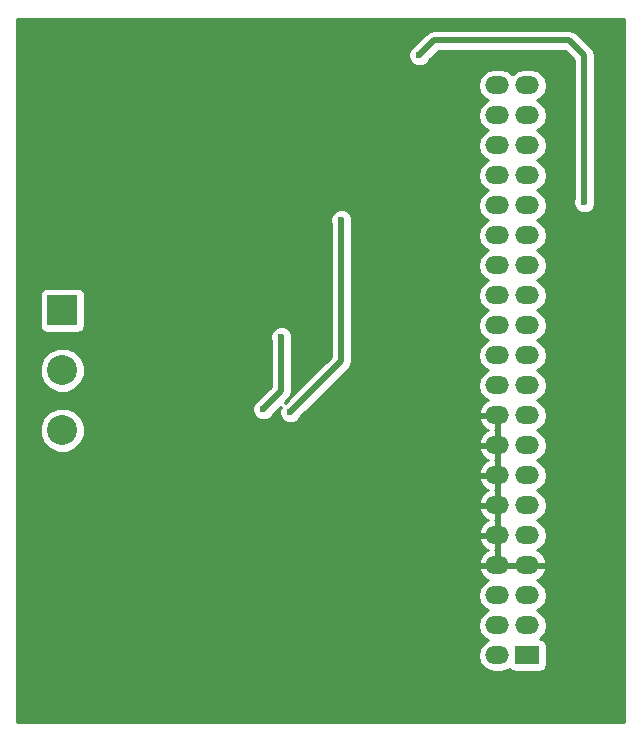
<source format=gbr>
G04 #@! TF.FileFunction,Copper,L2,Bot,Signal*
%FSLAX46Y46*%
G04 Gerber Fmt 4.6, Leading zero omitted, Abs format (unit mm)*
G04 Created by KiCad (PCBNEW 4.0.3+e1-6302~38~ubuntu16.04.1-stable) date Mon Aug 22 19:35:40 2016*
%MOMM*%
%LPD*%
G01*
G04 APERTURE LIST*
%ADD10C,0.100000*%
%ADD11R,2.000000X1.524000*%
%ADD12O,2.000000X1.524000*%
%ADD13R,2.540000X2.540000*%
%ADD14C,2.540000*%
%ADD15C,0.600000*%
%ADD16C,0.508000*%
%ADD17C,0.254000*%
G04 APERTURE END LIST*
D10*
D11*
X171450000Y-100330000D03*
D12*
X168910000Y-100330000D03*
X171450000Y-87630000D03*
X168910000Y-97790000D03*
X171450000Y-85090000D03*
X168910000Y-95250000D03*
X171450000Y-82550000D03*
X168910000Y-92710000D03*
X171450000Y-80010000D03*
X168910000Y-90170000D03*
X171450000Y-77470000D03*
X168910000Y-87630000D03*
X171450000Y-74930000D03*
X168910000Y-85090000D03*
X171450000Y-72390000D03*
X168910000Y-82550000D03*
X171450000Y-69850000D03*
X168910000Y-80010000D03*
X171450000Y-67310000D03*
X168910000Y-77470000D03*
X171450000Y-64770000D03*
X168910000Y-74930000D03*
X171450000Y-62230000D03*
X168910000Y-72390000D03*
X168910000Y-69850000D03*
X171450000Y-59690000D03*
X168910000Y-67310000D03*
X168910000Y-62230000D03*
X168910000Y-59690000D03*
X168910000Y-57150000D03*
X168910000Y-54610000D03*
X171450000Y-57150000D03*
X171450000Y-54610000D03*
X171450000Y-97790000D03*
X171450000Y-95250000D03*
X171450000Y-92710000D03*
X171450000Y-90170000D03*
X171450000Y-52070000D03*
X168910000Y-52070000D03*
X168910000Y-64770000D03*
D13*
X132080000Y-71120000D03*
D14*
X132080000Y-76200000D03*
X132080000Y-81280000D03*
D15*
X150622000Y-73406000D03*
X149098000Y-79502000D03*
X155702000Y-63500000D03*
X151384000Y-79756000D03*
X164084000Y-90678000D03*
X163830000Y-87884000D03*
X157226000Y-78994000D03*
X159004000Y-50292000D03*
X176276000Y-61976000D03*
X162306000Y-49530000D03*
D16*
X150622000Y-77978000D02*
X150622000Y-73406000D01*
X149098000Y-79502000D02*
X150622000Y-77978000D01*
X155702000Y-75438000D02*
X155702000Y-63500000D01*
X151384000Y-79756000D02*
X155702000Y-75438000D01*
D17*
X159004000Y-50292000D02*
X159258000Y-50292000D01*
D16*
X176276000Y-49530000D02*
X176276000Y-61976000D01*
X175006000Y-48260000D02*
X176276000Y-49530000D01*
X163576000Y-48260000D02*
X175006000Y-48260000D01*
X162306000Y-49530000D02*
X163576000Y-48260000D01*
D17*
G36*
X179630000Y-105970000D02*
X128218000Y-105970000D01*
X128218000Y-95250000D01*
X167242968Y-95250000D01*
X167349308Y-95784609D01*
X167652140Y-96237828D01*
X168074439Y-96520000D01*
X167652140Y-96802172D01*
X167349308Y-97255391D01*
X167242968Y-97790000D01*
X167349308Y-98324609D01*
X167652140Y-98777828D01*
X168074439Y-99060000D01*
X167652140Y-99342172D01*
X167349308Y-99795391D01*
X167242968Y-100330000D01*
X167349308Y-100864609D01*
X167652140Y-101317828D01*
X168105359Y-101620660D01*
X168639968Y-101727000D01*
X169180032Y-101727000D01*
X169714641Y-101620660D01*
X169939093Y-101470686D01*
X169985910Y-101543441D01*
X170198110Y-101688431D01*
X170450000Y-101739440D01*
X172450000Y-101739440D01*
X172685317Y-101695162D01*
X172901441Y-101556090D01*
X173046431Y-101343890D01*
X173097440Y-101092000D01*
X173097440Y-99568000D01*
X173053162Y-99332683D01*
X172914090Y-99116559D01*
X172701890Y-98971569D01*
X172483956Y-98927436D01*
X172707860Y-98777828D01*
X173010692Y-98324609D01*
X173117032Y-97790000D01*
X173010692Y-97255391D01*
X172707860Y-96802172D01*
X172285561Y-96520000D01*
X172707860Y-96237828D01*
X173010692Y-95784609D01*
X173117032Y-95250000D01*
X173010692Y-94715391D01*
X172707860Y-94262172D01*
X172280067Y-93976329D01*
X172325914Y-93963422D01*
X172757020Y-93623892D01*
X173025377Y-93145230D01*
X173042220Y-93053070D01*
X172919720Y-92837000D01*
X171577000Y-92837000D01*
X171577000Y-92857000D01*
X171323000Y-92857000D01*
X171323000Y-92837000D01*
X169037000Y-92837000D01*
X169037000Y-92857000D01*
X168783000Y-92857000D01*
X168783000Y-92837000D01*
X167440280Y-92837000D01*
X167317780Y-93053070D01*
X167334623Y-93145230D01*
X167602980Y-93623892D01*
X168034086Y-93963422D01*
X168079933Y-93976329D01*
X167652140Y-94262172D01*
X167349308Y-94715391D01*
X167242968Y-95250000D01*
X128218000Y-95250000D01*
X128218000Y-90513070D01*
X167317780Y-90513070D01*
X167334623Y-90605230D01*
X167602980Y-91083892D01*
X168034086Y-91423422D01*
X168092972Y-91440000D01*
X168034086Y-91456578D01*
X167602980Y-91796108D01*
X167334623Y-92274770D01*
X167317780Y-92366930D01*
X167440280Y-92583000D01*
X168783000Y-92583000D01*
X168783000Y-91466723D01*
X168745874Y-91440000D01*
X168783000Y-91413277D01*
X168783000Y-90297000D01*
X167440280Y-90297000D01*
X167317780Y-90513070D01*
X128218000Y-90513070D01*
X128218000Y-87973070D01*
X167317780Y-87973070D01*
X167334623Y-88065230D01*
X167602980Y-88543892D01*
X168034086Y-88883422D01*
X168092972Y-88900000D01*
X168034086Y-88916578D01*
X167602980Y-89256108D01*
X167334623Y-89734770D01*
X167317780Y-89826930D01*
X167440280Y-90043000D01*
X168783000Y-90043000D01*
X168783000Y-88926723D01*
X168745874Y-88900000D01*
X168783000Y-88873277D01*
X168783000Y-87757000D01*
X167440280Y-87757000D01*
X167317780Y-87973070D01*
X128218000Y-87973070D01*
X128218000Y-85433070D01*
X167317780Y-85433070D01*
X167334623Y-85525230D01*
X167602980Y-86003892D01*
X168034086Y-86343422D01*
X168092972Y-86360000D01*
X168034086Y-86376578D01*
X167602980Y-86716108D01*
X167334623Y-87194770D01*
X167317780Y-87286930D01*
X167440280Y-87503000D01*
X168783000Y-87503000D01*
X168783000Y-86386723D01*
X168745874Y-86360000D01*
X168783000Y-86333277D01*
X168783000Y-85217000D01*
X167440280Y-85217000D01*
X167317780Y-85433070D01*
X128218000Y-85433070D01*
X128218000Y-81657265D01*
X130174670Y-81657265D01*
X130464078Y-82357686D01*
X130999495Y-82894039D01*
X131699410Y-83184668D01*
X132457265Y-83185330D01*
X133157686Y-82895922D01*
X133160542Y-82893070D01*
X167317780Y-82893070D01*
X167334623Y-82985230D01*
X167602980Y-83463892D01*
X168034086Y-83803422D01*
X168092972Y-83820000D01*
X168034086Y-83836578D01*
X167602980Y-84176108D01*
X167334623Y-84654770D01*
X167317780Y-84746930D01*
X167440280Y-84963000D01*
X168783000Y-84963000D01*
X168783000Y-83846723D01*
X168745874Y-83820000D01*
X168783000Y-83793277D01*
X168783000Y-82677000D01*
X167440280Y-82677000D01*
X167317780Y-82893070D01*
X133160542Y-82893070D01*
X133694039Y-82360505D01*
X133984668Y-81660590D01*
X133985330Y-80902735D01*
X133695922Y-80202314D01*
X133181674Y-79687167D01*
X148162838Y-79687167D01*
X148304883Y-80030943D01*
X148567673Y-80294192D01*
X148911201Y-80436838D01*
X149283167Y-80437162D01*
X149626943Y-80295117D01*
X149890192Y-80032327D01*
X149936549Y-79920687D01*
X150563578Y-79293658D01*
X150449162Y-79569201D01*
X150448838Y-79941167D01*
X150590883Y-80284943D01*
X150853673Y-80548192D01*
X151197201Y-80690838D01*
X151569167Y-80691162D01*
X151912943Y-80549117D01*
X152109332Y-80353070D01*
X167317780Y-80353070D01*
X167334623Y-80445230D01*
X167602980Y-80923892D01*
X168034086Y-81263422D01*
X168092972Y-81280000D01*
X168034086Y-81296578D01*
X167602980Y-81636108D01*
X167334623Y-82114770D01*
X167317780Y-82206930D01*
X167440280Y-82423000D01*
X168783000Y-82423000D01*
X168783000Y-81306723D01*
X168745874Y-81280000D01*
X168783000Y-81253277D01*
X168783000Y-80137000D01*
X167440280Y-80137000D01*
X167317780Y-80353070D01*
X152109332Y-80353070D01*
X152176192Y-80286327D01*
X152222549Y-80174687D01*
X156330618Y-76066618D01*
X156430036Y-75917828D01*
X156523329Y-75778206D01*
X156591000Y-75438000D01*
X156591000Y-63797189D01*
X156636838Y-63686799D01*
X156637162Y-63314833D01*
X156495117Y-62971057D01*
X156232327Y-62707808D01*
X155888799Y-62565162D01*
X155516833Y-62564838D01*
X155173057Y-62706883D01*
X154909808Y-62969673D01*
X154767162Y-63313201D01*
X154766838Y-63685167D01*
X154813000Y-63796888D01*
X154813000Y-75069764D01*
X150965526Y-78917238D01*
X150922023Y-78935213D01*
X151250618Y-78606618D01*
X151443329Y-78318206D01*
X151511000Y-77978000D01*
X151511000Y-73703189D01*
X151556838Y-73592799D01*
X151557162Y-73220833D01*
X151415117Y-72877057D01*
X151152327Y-72613808D01*
X150808799Y-72471162D01*
X150436833Y-72470838D01*
X150093057Y-72612883D01*
X149829808Y-72875673D01*
X149687162Y-73219201D01*
X149686838Y-73591167D01*
X149733000Y-73702888D01*
X149733000Y-77609764D01*
X148679526Y-78663238D01*
X148569057Y-78708883D01*
X148305808Y-78971673D01*
X148163162Y-79315201D01*
X148162838Y-79687167D01*
X133181674Y-79687167D01*
X133160505Y-79665961D01*
X132460590Y-79375332D01*
X131702735Y-79374670D01*
X131002314Y-79664078D01*
X130465961Y-80199495D01*
X130175332Y-80899410D01*
X130174670Y-81657265D01*
X128218000Y-81657265D01*
X128218000Y-76577265D01*
X130174670Y-76577265D01*
X130464078Y-77277686D01*
X130999495Y-77814039D01*
X131699410Y-78104668D01*
X132457265Y-78105330D01*
X133157686Y-77815922D01*
X133694039Y-77280505D01*
X133984668Y-76580590D01*
X133985330Y-75822735D01*
X133695922Y-75122314D01*
X133160505Y-74585961D01*
X132460590Y-74295332D01*
X131702735Y-74294670D01*
X131002314Y-74584078D01*
X130465961Y-75119495D01*
X130175332Y-75819410D01*
X130174670Y-76577265D01*
X128218000Y-76577265D01*
X128218000Y-69850000D01*
X130162560Y-69850000D01*
X130162560Y-72390000D01*
X130206838Y-72625317D01*
X130345910Y-72841441D01*
X130558110Y-72986431D01*
X130810000Y-73037440D01*
X133350000Y-73037440D01*
X133585317Y-72993162D01*
X133801441Y-72854090D01*
X133946431Y-72641890D01*
X133997440Y-72390000D01*
X133997440Y-69850000D01*
X133953162Y-69614683D01*
X133814090Y-69398559D01*
X133601890Y-69253569D01*
X133350000Y-69202560D01*
X130810000Y-69202560D01*
X130574683Y-69246838D01*
X130358559Y-69385910D01*
X130213569Y-69598110D01*
X130162560Y-69850000D01*
X128218000Y-69850000D01*
X128218000Y-52070000D01*
X167242968Y-52070000D01*
X167349308Y-52604609D01*
X167652140Y-53057828D01*
X168074439Y-53340000D01*
X167652140Y-53622172D01*
X167349308Y-54075391D01*
X167242968Y-54610000D01*
X167349308Y-55144609D01*
X167652140Y-55597828D01*
X168074439Y-55880000D01*
X167652140Y-56162172D01*
X167349308Y-56615391D01*
X167242968Y-57150000D01*
X167349308Y-57684609D01*
X167652140Y-58137828D01*
X168074439Y-58420000D01*
X167652140Y-58702172D01*
X167349308Y-59155391D01*
X167242968Y-59690000D01*
X167349308Y-60224609D01*
X167652140Y-60677828D01*
X168074439Y-60960000D01*
X167652140Y-61242172D01*
X167349308Y-61695391D01*
X167242968Y-62230000D01*
X167349308Y-62764609D01*
X167652140Y-63217828D01*
X168074439Y-63500000D01*
X167652140Y-63782172D01*
X167349308Y-64235391D01*
X167242968Y-64770000D01*
X167349308Y-65304609D01*
X167652140Y-65757828D01*
X168074439Y-66040000D01*
X167652140Y-66322172D01*
X167349308Y-66775391D01*
X167242968Y-67310000D01*
X167349308Y-67844609D01*
X167652140Y-68297828D01*
X168074439Y-68580000D01*
X167652140Y-68862172D01*
X167349308Y-69315391D01*
X167242968Y-69850000D01*
X167349308Y-70384609D01*
X167652140Y-70837828D01*
X168074439Y-71120000D01*
X167652140Y-71402172D01*
X167349308Y-71855391D01*
X167242968Y-72390000D01*
X167349308Y-72924609D01*
X167652140Y-73377828D01*
X168074439Y-73660000D01*
X167652140Y-73942172D01*
X167349308Y-74395391D01*
X167242968Y-74930000D01*
X167349308Y-75464609D01*
X167652140Y-75917828D01*
X168074439Y-76200000D01*
X167652140Y-76482172D01*
X167349308Y-76935391D01*
X167242968Y-77470000D01*
X167349308Y-78004609D01*
X167652140Y-78457828D01*
X168079933Y-78743671D01*
X168034086Y-78756578D01*
X167602980Y-79096108D01*
X167334623Y-79574770D01*
X167317780Y-79666930D01*
X167440280Y-79883000D01*
X168783000Y-79883000D01*
X168783000Y-79863000D01*
X169037000Y-79863000D01*
X169037000Y-79883000D01*
X169057000Y-79883000D01*
X169057000Y-80137000D01*
X169037000Y-80137000D01*
X169037000Y-81253277D01*
X169074126Y-81280000D01*
X169037000Y-81306723D01*
X169037000Y-82423000D01*
X169057000Y-82423000D01*
X169057000Y-82677000D01*
X169037000Y-82677000D01*
X169037000Y-83793277D01*
X169074126Y-83820000D01*
X169037000Y-83846723D01*
X169037000Y-84963000D01*
X169057000Y-84963000D01*
X169057000Y-85217000D01*
X169037000Y-85217000D01*
X169037000Y-86333277D01*
X169074126Y-86360000D01*
X169037000Y-86386723D01*
X169037000Y-87503000D01*
X169057000Y-87503000D01*
X169057000Y-87757000D01*
X169037000Y-87757000D01*
X169037000Y-88873277D01*
X169074126Y-88900000D01*
X169037000Y-88926723D01*
X169037000Y-90043000D01*
X169057000Y-90043000D01*
X169057000Y-90297000D01*
X169037000Y-90297000D01*
X169037000Y-91413277D01*
X169074126Y-91440000D01*
X169037000Y-91466723D01*
X169037000Y-92583000D01*
X171323000Y-92583000D01*
X171323000Y-92563000D01*
X171577000Y-92563000D01*
X171577000Y-92583000D01*
X172919720Y-92583000D01*
X173042220Y-92366930D01*
X173025377Y-92274770D01*
X172757020Y-91796108D01*
X172325914Y-91456578D01*
X172280067Y-91443671D01*
X172707860Y-91157828D01*
X173010692Y-90704609D01*
X173117032Y-90170000D01*
X173010692Y-89635391D01*
X172707860Y-89182172D01*
X172285561Y-88900000D01*
X172707860Y-88617828D01*
X173010692Y-88164609D01*
X173117032Y-87630000D01*
X173010692Y-87095391D01*
X172707860Y-86642172D01*
X172285561Y-86360000D01*
X172707860Y-86077828D01*
X173010692Y-85624609D01*
X173117032Y-85090000D01*
X173010692Y-84555391D01*
X172707860Y-84102172D01*
X172285561Y-83820000D01*
X172707860Y-83537828D01*
X173010692Y-83084609D01*
X173117032Y-82550000D01*
X173010692Y-82015391D01*
X172707860Y-81562172D01*
X172285561Y-81280000D01*
X172707860Y-80997828D01*
X173010692Y-80544609D01*
X173117032Y-80010000D01*
X173010692Y-79475391D01*
X172707860Y-79022172D01*
X172285561Y-78740000D01*
X172707860Y-78457828D01*
X173010692Y-78004609D01*
X173117032Y-77470000D01*
X173010692Y-76935391D01*
X172707860Y-76482172D01*
X172285561Y-76200000D01*
X172707860Y-75917828D01*
X173010692Y-75464609D01*
X173117032Y-74930000D01*
X173010692Y-74395391D01*
X172707860Y-73942172D01*
X172285561Y-73660000D01*
X172707860Y-73377828D01*
X173010692Y-72924609D01*
X173117032Y-72390000D01*
X173010692Y-71855391D01*
X172707860Y-71402172D01*
X172285561Y-71120000D01*
X172707860Y-70837828D01*
X173010692Y-70384609D01*
X173117032Y-69850000D01*
X173010692Y-69315391D01*
X172707860Y-68862172D01*
X172285561Y-68580000D01*
X172707860Y-68297828D01*
X173010692Y-67844609D01*
X173117032Y-67310000D01*
X173010692Y-66775391D01*
X172707860Y-66322172D01*
X172285561Y-66040000D01*
X172707860Y-65757828D01*
X173010692Y-65304609D01*
X173117032Y-64770000D01*
X173010692Y-64235391D01*
X172707860Y-63782172D01*
X172285561Y-63500000D01*
X172707860Y-63217828D01*
X173010692Y-62764609D01*
X173117032Y-62230000D01*
X173010692Y-61695391D01*
X172707860Y-61242172D01*
X172285561Y-60960000D01*
X172707860Y-60677828D01*
X173010692Y-60224609D01*
X173117032Y-59690000D01*
X173010692Y-59155391D01*
X172707860Y-58702172D01*
X172285561Y-58420000D01*
X172707860Y-58137828D01*
X173010692Y-57684609D01*
X173117032Y-57150000D01*
X173010692Y-56615391D01*
X172707860Y-56162172D01*
X172285561Y-55880000D01*
X172707860Y-55597828D01*
X173010692Y-55144609D01*
X173117032Y-54610000D01*
X173010692Y-54075391D01*
X172707860Y-53622172D01*
X172285561Y-53340000D01*
X172707860Y-53057828D01*
X173010692Y-52604609D01*
X173117032Y-52070000D01*
X173010692Y-51535391D01*
X172707860Y-51082172D01*
X172254641Y-50779340D01*
X171720032Y-50673000D01*
X171179968Y-50673000D01*
X170645359Y-50779340D01*
X170192140Y-51082172D01*
X170180000Y-51100341D01*
X170167860Y-51082172D01*
X169714641Y-50779340D01*
X169180032Y-50673000D01*
X168639968Y-50673000D01*
X168105359Y-50779340D01*
X167652140Y-51082172D01*
X167349308Y-51535391D01*
X167242968Y-52070000D01*
X128218000Y-52070000D01*
X128218000Y-49715167D01*
X161370838Y-49715167D01*
X161512883Y-50058943D01*
X161775673Y-50322192D01*
X162119201Y-50464838D01*
X162491167Y-50465162D01*
X162834943Y-50323117D01*
X163098192Y-50060327D01*
X163144549Y-49948687D01*
X163944236Y-49149000D01*
X174637764Y-49149000D01*
X175387000Y-49898236D01*
X175387000Y-61678811D01*
X175341162Y-61789201D01*
X175340838Y-62161167D01*
X175482883Y-62504943D01*
X175745673Y-62768192D01*
X176089201Y-62910838D01*
X176461167Y-62911162D01*
X176804943Y-62769117D01*
X177068192Y-62506327D01*
X177210838Y-62162799D01*
X177211162Y-61790833D01*
X177165000Y-61679112D01*
X177165000Y-49530000D01*
X177097329Y-49189794D01*
X176904618Y-48901382D01*
X175634618Y-47631382D01*
X175346206Y-47438671D01*
X175006000Y-47371000D01*
X163576000Y-47371000D01*
X163235794Y-47438671D01*
X162947382Y-47631382D01*
X161887526Y-48691238D01*
X161777057Y-48736883D01*
X161513808Y-48999673D01*
X161371162Y-49343201D01*
X161370838Y-49715167D01*
X128218000Y-49715167D01*
X128218000Y-46430000D01*
X179630000Y-46430000D01*
X179630000Y-105970000D01*
X179630000Y-105970000D01*
G37*
X179630000Y-105970000D02*
X128218000Y-105970000D01*
X128218000Y-95250000D01*
X167242968Y-95250000D01*
X167349308Y-95784609D01*
X167652140Y-96237828D01*
X168074439Y-96520000D01*
X167652140Y-96802172D01*
X167349308Y-97255391D01*
X167242968Y-97790000D01*
X167349308Y-98324609D01*
X167652140Y-98777828D01*
X168074439Y-99060000D01*
X167652140Y-99342172D01*
X167349308Y-99795391D01*
X167242968Y-100330000D01*
X167349308Y-100864609D01*
X167652140Y-101317828D01*
X168105359Y-101620660D01*
X168639968Y-101727000D01*
X169180032Y-101727000D01*
X169714641Y-101620660D01*
X169939093Y-101470686D01*
X169985910Y-101543441D01*
X170198110Y-101688431D01*
X170450000Y-101739440D01*
X172450000Y-101739440D01*
X172685317Y-101695162D01*
X172901441Y-101556090D01*
X173046431Y-101343890D01*
X173097440Y-101092000D01*
X173097440Y-99568000D01*
X173053162Y-99332683D01*
X172914090Y-99116559D01*
X172701890Y-98971569D01*
X172483956Y-98927436D01*
X172707860Y-98777828D01*
X173010692Y-98324609D01*
X173117032Y-97790000D01*
X173010692Y-97255391D01*
X172707860Y-96802172D01*
X172285561Y-96520000D01*
X172707860Y-96237828D01*
X173010692Y-95784609D01*
X173117032Y-95250000D01*
X173010692Y-94715391D01*
X172707860Y-94262172D01*
X172280067Y-93976329D01*
X172325914Y-93963422D01*
X172757020Y-93623892D01*
X173025377Y-93145230D01*
X173042220Y-93053070D01*
X172919720Y-92837000D01*
X171577000Y-92837000D01*
X171577000Y-92857000D01*
X171323000Y-92857000D01*
X171323000Y-92837000D01*
X169037000Y-92837000D01*
X169037000Y-92857000D01*
X168783000Y-92857000D01*
X168783000Y-92837000D01*
X167440280Y-92837000D01*
X167317780Y-93053070D01*
X167334623Y-93145230D01*
X167602980Y-93623892D01*
X168034086Y-93963422D01*
X168079933Y-93976329D01*
X167652140Y-94262172D01*
X167349308Y-94715391D01*
X167242968Y-95250000D01*
X128218000Y-95250000D01*
X128218000Y-90513070D01*
X167317780Y-90513070D01*
X167334623Y-90605230D01*
X167602980Y-91083892D01*
X168034086Y-91423422D01*
X168092972Y-91440000D01*
X168034086Y-91456578D01*
X167602980Y-91796108D01*
X167334623Y-92274770D01*
X167317780Y-92366930D01*
X167440280Y-92583000D01*
X168783000Y-92583000D01*
X168783000Y-91466723D01*
X168745874Y-91440000D01*
X168783000Y-91413277D01*
X168783000Y-90297000D01*
X167440280Y-90297000D01*
X167317780Y-90513070D01*
X128218000Y-90513070D01*
X128218000Y-87973070D01*
X167317780Y-87973070D01*
X167334623Y-88065230D01*
X167602980Y-88543892D01*
X168034086Y-88883422D01*
X168092972Y-88900000D01*
X168034086Y-88916578D01*
X167602980Y-89256108D01*
X167334623Y-89734770D01*
X167317780Y-89826930D01*
X167440280Y-90043000D01*
X168783000Y-90043000D01*
X168783000Y-88926723D01*
X168745874Y-88900000D01*
X168783000Y-88873277D01*
X168783000Y-87757000D01*
X167440280Y-87757000D01*
X167317780Y-87973070D01*
X128218000Y-87973070D01*
X128218000Y-85433070D01*
X167317780Y-85433070D01*
X167334623Y-85525230D01*
X167602980Y-86003892D01*
X168034086Y-86343422D01*
X168092972Y-86360000D01*
X168034086Y-86376578D01*
X167602980Y-86716108D01*
X167334623Y-87194770D01*
X167317780Y-87286930D01*
X167440280Y-87503000D01*
X168783000Y-87503000D01*
X168783000Y-86386723D01*
X168745874Y-86360000D01*
X168783000Y-86333277D01*
X168783000Y-85217000D01*
X167440280Y-85217000D01*
X167317780Y-85433070D01*
X128218000Y-85433070D01*
X128218000Y-81657265D01*
X130174670Y-81657265D01*
X130464078Y-82357686D01*
X130999495Y-82894039D01*
X131699410Y-83184668D01*
X132457265Y-83185330D01*
X133157686Y-82895922D01*
X133160542Y-82893070D01*
X167317780Y-82893070D01*
X167334623Y-82985230D01*
X167602980Y-83463892D01*
X168034086Y-83803422D01*
X168092972Y-83820000D01*
X168034086Y-83836578D01*
X167602980Y-84176108D01*
X167334623Y-84654770D01*
X167317780Y-84746930D01*
X167440280Y-84963000D01*
X168783000Y-84963000D01*
X168783000Y-83846723D01*
X168745874Y-83820000D01*
X168783000Y-83793277D01*
X168783000Y-82677000D01*
X167440280Y-82677000D01*
X167317780Y-82893070D01*
X133160542Y-82893070D01*
X133694039Y-82360505D01*
X133984668Y-81660590D01*
X133985330Y-80902735D01*
X133695922Y-80202314D01*
X133181674Y-79687167D01*
X148162838Y-79687167D01*
X148304883Y-80030943D01*
X148567673Y-80294192D01*
X148911201Y-80436838D01*
X149283167Y-80437162D01*
X149626943Y-80295117D01*
X149890192Y-80032327D01*
X149936549Y-79920687D01*
X150563578Y-79293658D01*
X150449162Y-79569201D01*
X150448838Y-79941167D01*
X150590883Y-80284943D01*
X150853673Y-80548192D01*
X151197201Y-80690838D01*
X151569167Y-80691162D01*
X151912943Y-80549117D01*
X152109332Y-80353070D01*
X167317780Y-80353070D01*
X167334623Y-80445230D01*
X167602980Y-80923892D01*
X168034086Y-81263422D01*
X168092972Y-81280000D01*
X168034086Y-81296578D01*
X167602980Y-81636108D01*
X167334623Y-82114770D01*
X167317780Y-82206930D01*
X167440280Y-82423000D01*
X168783000Y-82423000D01*
X168783000Y-81306723D01*
X168745874Y-81280000D01*
X168783000Y-81253277D01*
X168783000Y-80137000D01*
X167440280Y-80137000D01*
X167317780Y-80353070D01*
X152109332Y-80353070D01*
X152176192Y-80286327D01*
X152222549Y-80174687D01*
X156330618Y-76066618D01*
X156430036Y-75917828D01*
X156523329Y-75778206D01*
X156591000Y-75438000D01*
X156591000Y-63797189D01*
X156636838Y-63686799D01*
X156637162Y-63314833D01*
X156495117Y-62971057D01*
X156232327Y-62707808D01*
X155888799Y-62565162D01*
X155516833Y-62564838D01*
X155173057Y-62706883D01*
X154909808Y-62969673D01*
X154767162Y-63313201D01*
X154766838Y-63685167D01*
X154813000Y-63796888D01*
X154813000Y-75069764D01*
X150965526Y-78917238D01*
X150922023Y-78935213D01*
X151250618Y-78606618D01*
X151443329Y-78318206D01*
X151511000Y-77978000D01*
X151511000Y-73703189D01*
X151556838Y-73592799D01*
X151557162Y-73220833D01*
X151415117Y-72877057D01*
X151152327Y-72613808D01*
X150808799Y-72471162D01*
X150436833Y-72470838D01*
X150093057Y-72612883D01*
X149829808Y-72875673D01*
X149687162Y-73219201D01*
X149686838Y-73591167D01*
X149733000Y-73702888D01*
X149733000Y-77609764D01*
X148679526Y-78663238D01*
X148569057Y-78708883D01*
X148305808Y-78971673D01*
X148163162Y-79315201D01*
X148162838Y-79687167D01*
X133181674Y-79687167D01*
X133160505Y-79665961D01*
X132460590Y-79375332D01*
X131702735Y-79374670D01*
X131002314Y-79664078D01*
X130465961Y-80199495D01*
X130175332Y-80899410D01*
X130174670Y-81657265D01*
X128218000Y-81657265D01*
X128218000Y-76577265D01*
X130174670Y-76577265D01*
X130464078Y-77277686D01*
X130999495Y-77814039D01*
X131699410Y-78104668D01*
X132457265Y-78105330D01*
X133157686Y-77815922D01*
X133694039Y-77280505D01*
X133984668Y-76580590D01*
X133985330Y-75822735D01*
X133695922Y-75122314D01*
X133160505Y-74585961D01*
X132460590Y-74295332D01*
X131702735Y-74294670D01*
X131002314Y-74584078D01*
X130465961Y-75119495D01*
X130175332Y-75819410D01*
X130174670Y-76577265D01*
X128218000Y-76577265D01*
X128218000Y-69850000D01*
X130162560Y-69850000D01*
X130162560Y-72390000D01*
X130206838Y-72625317D01*
X130345910Y-72841441D01*
X130558110Y-72986431D01*
X130810000Y-73037440D01*
X133350000Y-73037440D01*
X133585317Y-72993162D01*
X133801441Y-72854090D01*
X133946431Y-72641890D01*
X133997440Y-72390000D01*
X133997440Y-69850000D01*
X133953162Y-69614683D01*
X133814090Y-69398559D01*
X133601890Y-69253569D01*
X133350000Y-69202560D01*
X130810000Y-69202560D01*
X130574683Y-69246838D01*
X130358559Y-69385910D01*
X130213569Y-69598110D01*
X130162560Y-69850000D01*
X128218000Y-69850000D01*
X128218000Y-52070000D01*
X167242968Y-52070000D01*
X167349308Y-52604609D01*
X167652140Y-53057828D01*
X168074439Y-53340000D01*
X167652140Y-53622172D01*
X167349308Y-54075391D01*
X167242968Y-54610000D01*
X167349308Y-55144609D01*
X167652140Y-55597828D01*
X168074439Y-55880000D01*
X167652140Y-56162172D01*
X167349308Y-56615391D01*
X167242968Y-57150000D01*
X167349308Y-57684609D01*
X167652140Y-58137828D01*
X168074439Y-58420000D01*
X167652140Y-58702172D01*
X167349308Y-59155391D01*
X167242968Y-59690000D01*
X167349308Y-60224609D01*
X167652140Y-60677828D01*
X168074439Y-60960000D01*
X167652140Y-61242172D01*
X167349308Y-61695391D01*
X167242968Y-62230000D01*
X167349308Y-62764609D01*
X167652140Y-63217828D01*
X168074439Y-63500000D01*
X167652140Y-63782172D01*
X167349308Y-64235391D01*
X167242968Y-64770000D01*
X167349308Y-65304609D01*
X167652140Y-65757828D01*
X168074439Y-66040000D01*
X167652140Y-66322172D01*
X167349308Y-66775391D01*
X167242968Y-67310000D01*
X167349308Y-67844609D01*
X167652140Y-68297828D01*
X168074439Y-68580000D01*
X167652140Y-68862172D01*
X167349308Y-69315391D01*
X167242968Y-69850000D01*
X167349308Y-70384609D01*
X167652140Y-70837828D01*
X168074439Y-71120000D01*
X167652140Y-71402172D01*
X167349308Y-71855391D01*
X167242968Y-72390000D01*
X167349308Y-72924609D01*
X167652140Y-73377828D01*
X168074439Y-73660000D01*
X167652140Y-73942172D01*
X167349308Y-74395391D01*
X167242968Y-74930000D01*
X167349308Y-75464609D01*
X167652140Y-75917828D01*
X168074439Y-76200000D01*
X167652140Y-76482172D01*
X167349308Y-76935391D01*
X167242968Y-77470000D01*
X167349308Y-78004609D01*
X167652140Y-78457828D01*
X168079933Y-78743671D01*
X168034086Y-78756578D01*
X167602980Y-79096108D01*
X167334623Y-79574770D01*
X167317780Y-79666930D01*
X167440280Y-79883000D01*
X168783000Y-79883000D01*
X168783000Y-79863000D01*
X169037000Y-79863000D01*
X169037000Y-79883000D01*
X169057000Y-79883000D01*
X169057000Y-80137000D01*
X169037000Y-80137000D01*
X169037000Y-81253277D01*
X169074126Y-81280000D01*
X169037000Y-81306723D01*
X169037000Y-82423000D01*
X169057000Y-82423000D01*
X169057000Y-82677000D01*
X169037000Y-82677000D01*
X169037000Y-83793277D01*
X169074126Y-83820000D01*
X169037000Y-83846723D01*
X169037000Y-84963000D01*
X169057000Y-84963000D01*
X169057000Y-85217000D01*
X169037000Y-85217000D01*
X169037000Y-86333277D01*
X169074126Y-86360000D01*
X169037000Y-86386723D01*
X169037000Y-87503000D01*
X169057000Y-87503000D01*
X169057000Y-87757000D01*
X169037000Y-87757000D01*
X169037000Y-88873277D01*
X169074126Y-88900000D01*
X169037000Y-88926723D01*
X169037000Y-90043000D01*
X169057000Y-90043000D01*
X169057000Y-90297000D01*
X169037000Y-90297000D01*
X169037000Y-91413277D01*
X169074126Y-91440000D01*
X169037000Y-91466723D01*
X169037000Y-92583000D01*
X171323000Y-92583000D01*
X171323000Y-92563000D01*
X171577000Y-92563000D01*
X171577000Y-92583000D01*
X172919720Y-92583000D01*
X173042220Y-92366930D01*
X173025377Y-92274770D01*
X172757020Y-91796108D01*
X172325914Y-91456578D01*
X172280067Y-91443671D01*
X172707860Y-91157828D01*
X173010692Y-90704609D01*
X173117032Y-90170000D01*
X173010692Y-89635391D01*
X172707860Y-89182172D01*
X172285561Y-88900000D01*
X172707860Y-88617828D01*
X173010692Y-88164609D01*
X173117032Y-87630000D01*
X173010692Y-87095391D01*
X172707860Y-86642172D01*
X172285561Y-86360000D01*
X172707860Y-86077828D01*
X173010692Y-85624609D01*
X173117032Y-85090000D01*
X173010692Y-84555391D01*
X172707860Y-84102172D01*
X172285561Y-83820000D01*
X172707860Y-83537828D01*
X173010692Y-83084609D01*
X173117032Y-82550000D01*
X173010692Y-82015391D01*
X172707860Y-81562172D01*
X172285561Y-81280000D01*
X172707860Y-80997828D01*
X173010692Y-80544609D01*
X173117032Y-80010000D01*
X173010692Y-79475391D01*
X172707860Y-79022172D01*
X172285561Y-78740000D01*
X172707860Y-78457828D01*
X173010692Y-78004609D01*
X173117032Y-77470000D01*
X173010692Y-76935391D01*
X172707860Y-76482172D01*
X172285561Y-76200000D01*
X172707860Y-75917828D01*
X173010692Y-75464609D01*
X173117032Y-74930000D01*
X173010692Y-74395391D01*
X172707860Y-73942172D01*
X172285561Y-73660000D01*
X172707860Y-73377828D01*
X173010692Y-72924609D01*
X173117032Y-72390000D01*
X173010692Y-71855391D01*
X172707860Y-71402172D01*
X172285561Y-71120000D01*
X172707860Y-70837828D01*
X173010692Y-70384609D01*
X173117032Y-69850000D01*
X173010692Y-69315391D01*
X172707860Y-68862172D01*
X172285561Y-68580000D01*
X172707860Y-68297828D01*
X173010692Y-67844609D01*
X173117032Y-67310000D01*
X173010692Y-66775391D01*
X172707860Y-66322172D01*
X172285561Y-66040000D01*
X172707860Y-65757828D01*
X173010692Y-65304609D01*
X173117032Y-64770000D01*
X173010692Y-64235391D01*
X172707860Y-63782172D01*
X172285561Y-63500000D01*
X172707860Y-63217828D01*
X173010692Y-62764609D01*
X173117032Y-62230000D01*
X173010692Y-61695391D01*
X172707860Y-61242172D01*
X172285561Y-60960000D01*
X172707860Y-60677828D01*
X173010692Y-60224609D01*
X173117032Y-59690000D01*
X173010692Y-59155391D01*
X172707860Y-58702172D01*
X172285561Y-58420000D01*
X172707860Y-58137828D01*
X173010692Y-57684609D01*
X173117032Y-57150000D01*
X173010692Y-56615391D01*
X172707860Y-56162172D01*
X172285561Y-55880000D01*
X172707860Y-55597828D01*
X173010692Y-55144609D01*
X173117032Y-54610000D01*
X173010692Y-54075391D01*
X172707860Y-53622172D01*
X172285561Y-53340000D01*
X172707860Y-53057828D01*
X173010692Y-52604609D01*
X173117032Y-52070000D01*
X173010692Y-51535391D01*
X172707860Y-51082172D01*
X172254641Y-50779340D01*
X171720032Y-50673000D01*
X171179968Y-50673000D01*
X170645359Y-50779340D01*
X170192140Y-51082172D01*
X170180000Y-51100341D01*
X170167860Y-51082172D01*
X169714641Y-50779340D01*
X169180032Y-50673000D01*
X168639968Y-50673000D01*
X168105359Y-50779340D01*
X167652140Y-51082172D01*
X167349308Y-51535391D01*
X167242968Y-52070000D01*
X128218000Y-52070000D01*
X128218000Y-49715167D01*
X161370838Y-49715167D01*
X161512883Y-50058943D01*
X161775673Y-50322192D01*
X162119201Y-50464838D01*
X162491167Y-50465162D01*
X162834943Y-50323117D01*
X163098192Y-50060327D01*
X163144549Y-49948687D01*
X163944236Y-49149000D01*
X174637764Y-49149000D01*
X175387000Y-49898236D01*
X175387000Y-61678811D01*
X175341162Y-61789201D01*
X175340838Y-62161167D01*
X175482883Y-62504943D01*
X175745673Y-62768192D01*
X176089201Y-62910838D01*
X176461167Y-62911162D01*
X176804943Y-62769117D01*
X177068192Y-62506327D01*
X177210838Y-62162799D01*
X177211162Y-61790833D01*
X177165000Y-61679112D01*
X177165000Y-49530000D01*
X177097329Y-49189794D01*
X176904618Y-48901382D01*
X175634618Y-47631382D01*
X175346206Y-47438671D01*
X175006000Y-47371000D01*
X163576000Y-47371000D01*
X163235794Y-47438671D01*
X162947382Y-47631382D01*
X161887526Y-48691238D01*
X161777057Y-48736883D01*
X161513808Y-48999673D01*
X161371162Y-49343201D01*
X161370838Y-49715167D01*
X128218000Y-49715167D01*
X128218000Y-46430000D01*
X179630000Y-46430000D01*
X179630000Y-105970000D01*
M02*

</source>
